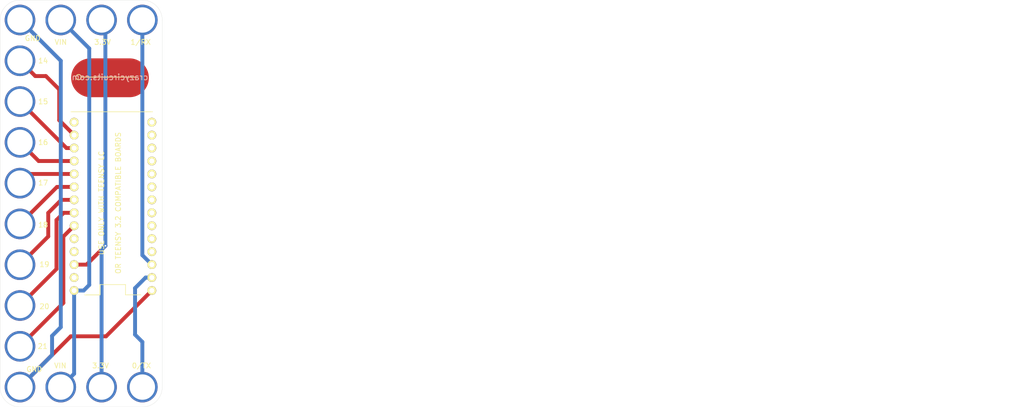
<source format=kicad_pcb>
(kicad_pcb (version 4) (host pcbnew 4.0.5-e0-6337~49~ubuntu16.04.1)

  (general
    (links 0)
    (no_connects 0)
    (area 19.950599 58.901959 220.797359 140.20528)
    (thickness 1.6)
    (drawings 4)
    (tracks 56)
    (zones 0)
    (modules 2)
    (nets 1)
  )

  (page USLetter)
  (title_block
    (title "4x10 Teensy LC Breakout Module")
    (date "20 Jan 2017")
    (rev 1.0)
    (company "All rights reserved.")
    (comment 1 help@browndoggadgets.com)
    (comment 2 http://browndoggadgets.com/)
    (comment 3 "Brown Dog Gadgets")
  )

  (layers
    (0 F.Cu signal)
    (31 B.Cu signal)
    (34 B.Paste user)
    (35 F.Paste user)
    (36 B.SilkS user)
    (37 F.SilkS user)
    (38 B.Mask user)
    (39 F.Mask user)
    (40 Dwgs.User user)
    (44 Edge.Cuts user)
    (46 B.CrtYd user)
    (47 F.CrtYd user)
    (48 B.Fab user)
    (49 F.Fab user)
  )

  (setup
    (last_trace_width 0.254)
    (user_trace_width 0.1524)
    (user_trace_width 0.254)
    (user_trace_width 0.3302)
    (user_trace_width 0.508)
    (user_trace_width 0.762)
    (user_trace_width 1.27)
    (trace_clearance 0.254)
    (zone_clearance 0.508)
    (zone_45_only no)
    (trace_min 0.1524)
    (segment_width 0.1524)
    (edge_width 0.1524)
    (via_size 0.6858)
    (via_drill 0.3302)
    (via_min_size 0.6858)
    (via_min_drill 0.3302)
    (user_via 0.6858 0.3302)
    (user_via 0.762 0.4064)
    (user_via 0.8636 0.508)
    (uvia_size 0.6858)
    (uvia_drill 0.3302)
    (uvias_allowed no)
    (uvia_min_size 0)
    (uvia_min_drill 0)
    (pcb_text_width 0.1524)
    (pcb_text_size 1.016 1.016)
    (mod_edge_width 0.1524)
    (mod_text_size 1.016 1.016)
    (mod_text_width 0.1524)
    (pad_size 6 6)
    (pad_drill 4.98)
    (pad_to_mask_clearance 0.0762)
    (solder_mask_min_width 0.1016)
    (pad_to_paste_clearance -0.0762)
    (aux_axis_origin 0 0)
    (visible_elements FFFEDF7D)
    (pcbplotparams
      (layerselection 0x310fc_80000001)
      (usegerberextensions true)
      (excludeedgelayer true)
      (linewidth 0.100000)
      (plotframeref false)
      (viasonmask false)
      (mode 1)
      (useauxorigin false)
      (hpglpennumber 1)
      (hpglpenspeed 20)
      (hpglpendiameter 15)
      (hpglpenoverlay 2)
      (psnegative false)
      (psa4output false)
      (plotreference true)
      (plotvalue true)
      (plotinvisibletext false)
      (padsonsilk false)
      (subtractmaskfromsilk false)
      (outputformat 1)
      (mirror false)
      (drillshape 0)
      (scaleselection 1)
      (outputdirectory gerbers))
  )

  (net 0 "")

  (net_class Default "This is the default net class."
    (clearance 0.254)
    (trace_width 0.254)
    (via_dia 0.6858)
    (via_drill 0.3302)
    (uvia_dia 0.6858)
    (uvia_drill 0.3302)
  )

  (module Crazy_Circuits:LOGO-CRAZY-NOLEGO (layer F.Cu) (tedit 5887B92E) (tstamp 5888430C)
    (at 41.77792 78.34884)
    (descr LOGO)
    (tags LOGO)
    (fp_text reference LOGO (at 0 -3.52806) (layer F.Fab)
      (effects (font (size 1 1) (thickness 0.15)))
    )
    (fp_text value "BROWN DOG" (at 0.9 -9) (layer B.SilkS) hide
      (effects (font (size 1.27 1.27) (thickness 0.254)) (justify mirror))
    )
    (fp_text user crazycircuits.com (at 0 -4.064) (layer B.SilkS)
      (effects (font (size 1.143 1.143) (thickness 0.1778)) (justify mirror))
    )
    (fp_line (start 6.096 -5.2705) (end 4.953 -4.318) (layer F.Mask) (width 0.1524))
    (fp_line (start 4.7625 -4.318) (end 6.096 -5.2705) (layer F.Mask) (width 0.1524))
    (fp_line (start 5.715 -5.1435) (end 4.7625 -4.318) (layer F.Mask) (width 0.1524))
    (fp_line (start 4.6355 -4.3815) (end 5.715 -5.1435) (layer F.Mask) (width 0.1524))
    (fp_line (start 5.5245 -5.08) (end 4.6355 -4.3815) (layer F.Mask) (width 0.1524))
    (fp_line (start 4.3815 -4.318) (end 5.5245 -5.08) (layer F.Mask) (width 0.1524))
    (fp_line (start 5.207 -4.953) (end 4.3815 -4.318) (layer F.Mask) (width 0.1524))
    (fp_line (start 4.2545 -4.3815) (end 5.207 -4.953) (layer F.Mask) (width 0.1524))
    (fp_line (start 5.0165 -4.953) (end 4.2545 -4.3815) (layer F.Mask) (width 0.1524))
    (fp_line (start 4.2545 -4.5085) (end 5.0165 -4.953) (layer F.Mask) (width 0.1524))
    (fp_line (start 4.7625 -4.953) (end 4.2545 -4.5085) (layer F.Mask) (width 0.1524))
    (fp_line (start 4.191 -4.6355) (end 4.7625 -4.953) (layer F.Mask) (width 0.1524))
    (fp_line (start 4.7625 -5.1435) (end 4.191 -4.6355) (layer F.Mask) (width 0.1524))
    (fp_line (start 4.7625 -5.2705) (end 4.1275 -4.7625) (layer F.Mask) (width 0.1524))
    (fp_line (start 4.8895 -5.461) (end 4.064 -4.8895) (layer F.Mask) (width 0.1524))
    (fp_line (start 4.8895 -5.588) (end 4.064 -5.0165) (layer F.Mask) (width 0.1524))
    (fp_line (start 3.048 -4.3815) (end 2.413 -5.2705) (layer F.Mask) (width 0.254))
    (fp_line (start 4.953 -4.2545) (end 2.9845 -4.2545) (layer F.Mask) (width 0.1524))
    (fp_line (start 6.5405 -5.3975) (end 4.953 -4.2545) (layer F.Mask) (width 0.1524))
    (fp_line (start 4.7625 -4.953) (end 6.5405 -5.3975) (layer F.Mask) (width 0.1524))
    (fp_line (start 5.08 -5.842) (end 4.7625 -4.953) (layer F.Mask) (width 0.1524))
    (fp_line (start 4.0005 -5.1435) (end 5.08 -5.842) (layer F.Mask) (width 0.1524))
    (fp_line (start 3.175 -6.604) (end 4.0005 -5.08) (layer F.Mask) (width 0.1524))
    (fp_line (start 3.2385 -5.207) (end 3.175 -6.604) (layer F.Mask) (width 0.1524))
    (fp_line (start 2.159 -5.461) (end 3.2385 -5.207) (layer F.Mask) (width 0.1524))
    (fp_line (start 2.9845 -4.2545) (end 2.159 -5.461) (layer F.Mask) (width 0.1524))
    (fp_line (start -5.588 -4.064) (end 5.08 -4.064) (layer F.SilkS) (width 0.1524))
    (fp_circle (center -6.1595 -4.064) (end -5.82208 -3.683) (layer F.SilkS) (width 0.1524))
    (fp_text user CRAZY (at -2.032 -5.588) (layer F.SilkS) hide
      (effects (font (thickness 0.381)))
    )
    (fp_text user CIRCUITS (at 0.254 -2.286) (layer F.SilkS) hide
      (effects (font (thickness 0.381)))
    )
    (fp_line (start 3.2385 -4.3815) (end 2.6035 -5.2705) (layer F.Mask) (width 0.254))
    (fp_line (start 3.429 -4.3815) (end 2.8575 -5.207) (layer F.Mask) (width 0.254))
    (fp_line (start 3.556 -4.3815) (end 3.1115 -5.1435) (layer F.Mask) (width 0.254))
    (fp_line (start 3.81 -4.3815) (end 3.3655 -5.207) (layer F.Mask) (width 0.254))
    (fp_line (start 4.0005 -4.3815) (end 3.429 -5.461) (layer F.Mask) (width 0.254))
    (fp_line (start 4.191 -4.3815) (end 3.302 -6.096) (layer F.Mask) (width 0.254))
    (fp_line (start 3.3655 -5.3975) (end 3.302 -6.223) (layer F.Mask) (width 0.254))
    (pad BG smd oval (at 0 -3.937) (size 15.24 7.62) (layers F.Cu))
  )

  (module Crazy_Circuits:TEENSYLC-4x10 (layer F.Cu) (tedit 5887B4F2) (tstamp 58831DF0)
    (at 24.12492 87.07628)
    (descr "8-lead dip package, row spacing 7.62 mm (300 mils)")
    (tags "dil dip 2.54 300")
    (fp_text reference REF** (at 12 52) (layer F.SilkS) hide
      (effects (font (size 1 1) (thickness 0.15)))
    )
    (fp_text value DIP-8_W7.62mm (at 12 52) (layer F.Fab) hide
      (effects (font (size 1 1) (thickness 0.15)))
    )
    (fp_text user VIN (at 8 -19.65452) (layer F.SilkS)
      (effects (font (size 1 1) (thickness 0.15)))
    )
    (fp_line (start 10 -6) (end 26 -6) (layer F.SilkS) (width 0.127))
    (fp_text user "OR TEENSY 3.2 COMPATIBLE BOARDS" (at 19.271 11.892 90) (layer F.SilkS)
      (effects (font (size 1 1) (thickness 0.15)))
    )
    (fp_text user "USE ONLY WITH TEENSY LC" (at 15.969 11.892 90) (layer F.SilkS)
      (effects (font (size 1 1) (thickness 0.15)))
    )
    (fp_line (start 20.7 27.901) (end 15.7 27.901) (layer F.SilkS) (width 0.127))
    (fp_line (start 20.7 29.901) (end 20.7 27.901) (layer F.SilkS) (width 0.127))
    (fp_text user "Teensy LC" (at 18.669 11.2918) (layer F.Fab)
      (effects (font (size 1 1) (thickness 0.15)))
    )
    (fp_text user 18 (at 4.54 16.19) (layer F.SilkS)
      (effects (font (size 1 1) (thickness 0.15)))
    )
    (fp_text user 17 (at 4.54 7.94) (layer F.SilkS)
      (effects (font (size 1 1) (thickness 0.15)))
    )
    (fp_text user 20 (at 4.79 32.19) (layer F.SilkS)
      (effects (font (size 1 1) (thickness 0.15)))
    )
    (fp_text user 19 (at 4.79 23.94) (layer F.SilkS)
      (effects (font (size 1 1) (thickness 0.15)))
    )
    (fp_line (start 0 51.9) (end 24 51.9) (layer Edge.Cuts) (width 0.04064))
    (fp_line (start 24 -27.9) (end 0 -27.9) (layer Edge.Cuts) (width 0.04064))
    (fp_line (start -3.9 -24) (end -3.9 48) (layer Edge.Cuts) (width 0.04064))
    (fp_arc (start 0 48) (end 0 51.9) (angle 89.9) (layer Edge.Cuts) (width 0.04064))
    (fp_arc (start 0 -24) (end -3.9 -24) (angle 90) (layer Edge.Cuts) (width 0.04064))
    (fp_line (start 27.9 48) (end 27.9 -24) (layer Edge.Cuts) (width 0.04064))
    (fp_arc (start 24 -24) (end 24 -27.9) (angle 89.9) (layer Edge.Cuts) (width 0.04064))
    (fp_arc (start 24 48) (end 27.9 48) (angle 90) (layer Edge.Cuts) (width 0.04064))
    (fp_line (start 0 51.9) (end 24 51.9) (layer F.Fab) (width 0.04064))
    (fp_line (start 24 -27.9) (end 0 -27.9) (layer F.Fab) (width 0.04064))
    (fp_line (start -3.9 -24) (end -3.9 48) (layer F.Fab) (width 0.04064))
    (fp_arc (start 0 48) (end 0 51.9) (angle 89.9) (layer F.Fab) (width 0.04064))
    (fp_arc (start 0 -24) (end -3.9 -24) (angle 90) (layer F.Fab) (width 0.04064))
    (fp_line (start 27.9 48) (end 27.9 -24) (layer F.Fab) (width 0.04064))
    (fp_arc (start 24 -24) (end 24 -27.9) (angle 89.9) (layer F.Fab) (width 0.04064))
    (fp_arc (start 24 48) (end 27.9 48) (angle 90) (layer F.Fab) (width 0.04064))
    (fp_line (start 20.7 29.901) (end 23.7 29.901) (layer F.SilkS) (width 0.127))
    (fp_line (start 15.7 29.901) (end 15.7 27.901) (layer F.SilkS) (width 0.127))
    (fp_line (start 15.7 29.901) (end 15.7 27.901) (layer F.SilkS) (width 0.127))
    (fp_line (start 12.7 29.901) (end 15.7 29.901) (layer F.SilkS) (width 0.127))
    (fp_line (start 12.7 29.901) (end 15.7 29.901) (layer F.SilkS) (width 0.127))
    (fp_text user 21 (at 4.445 40.005) (layer F.SilkS)
      (effects (font (size 1 1) (thickness 0.15)))
    )
    (fp_text user GND (at 2.8 44.5 180) (layer F.SilkS)
      (effects (font (size 1 1) (thickness 0.15)))
    )
    (fp_text user VIN (at 7.9 43.8) (layer F.SilkS)
      (effects (font (size 1 1) (thickness 0.15)))
    )
    (fp_text user GND (at 2.5 -20.4) (layer F.SilkS)
      (effects (font (size 1 1) (thickness 0.15)))
    )
    (fp_text user 16 (at 4.54 0 180) (layer F.SilkS)
      (effects (font (size 1 1) (thickness 0.15)))
    )
    (fp_text user 15 (at 4.54 -8) (layer F.SilkS)
      (effects (font (size 1 1) (thickness 0.15)))
    )
    (fp_text user 14 (at 4.54 -16) (layer F.SilkS)
      (effects (font (size 1 1) (thickness 0.15)))
    )
    (fp_text user 1/RX (at 23.66264 -19.65452) (layer F.SilkS)
      (effects (font (size 1 1) (thickness 0.15)))
    )
    (fp_text user 0/TX (at 23.82012 43.8) (layer F.SilkS)
      (effects (font (size 1 1) (thickness 0.15)))
    )
    (fp_text user 3.3V (at 16.2 -19.65452) (layer F.SilkS)
      (effects (font (size 1 1) (thickness 0.15)))
    )
    (fp_text user 3.3V (at 15.8 43.8) (layer F.SilkS)
      (effects (font (size 1 1) (thickness 0.15)))
    )
    (pad GND thru_hole circle (at 25.86 29.061 180) (size 1.7272 1.7272) (drill 1.016) (layers *.Cu *.Mask F.SilkS))
    (pad 0 thru_hole circle (at 25.86 26.521 180) (size 1.7272 1.7272) (drill 1.016) (layers *.Cu *.Mask F.SilkS))
    (pad 1 thru_hole circle (at 25.86 23.981 180) (size 1.7272 1.7272) (drill 1.016) (layers *.Cu *.Mask F.SilkS))
    (pad 2 thru_hole circle (at 25.86 21.441 180) (size 1.7272 1.7272) (drill 1.016) (layers *.Cu *.Mask F.SilkS))
    (pad 3 thru_hole circle (at 25.86 18.901 180) (size 1.7272 1.7272) (drill 1.016) (layers *.Cu *.Mask F.SilkS))
    (pad 4 thru_hole circle (at 25.86 16.361 180) (size 1.7272 1.7272) (drill 1.016) (layers *.Cu *.Mask F.SilkS))
    (pad 5 thru_hole circle (at 25.86 13.821 180) (size 1.7272 1.7272) (drill 1.016) (layers *.Cu *.Mask F.SilkS))
    (pad 6 thru_hole circle (at 25.86 11.281 180) (size 1.7272 1.7272) (drill 1.016) (layers *.Cu *.Mask F.SilkS))
    (pad 7 thru_hole circle (at 25.86 8.741 180) (size 1.7272 1.7272) (drill 1.016) (layers *.Cu *.Mask F.SilkS))
    (pad 8 thru_hole circle (at 25.86 6.201 180) (size 1.7272 1.7272) (drill 1.016) (layers *.Cu *.Mask F.SilkS))
    (pad 9 thru_hole circle (at 25.86 3.661 180) (size 1.7272 1.7272) (drill 1.016) (layers *.Cu *.Mask F.SilkS))
    (pad 10 thru_hole circle (at 25.86 1.121 180) (size 1.7272 1.7272) (drill 1.016) (layers *.Cu *.Mask F.SilkS))
    (pad 11 thru_hole circle (at 25.86 -1.419 180) (size 1.7272 1.7272) (drill 1.016) (layers *.Cu *.Mask F.SilkS))
    (pad 12 thru_hole circle (at 25.86 -3.959 180) (size 1.7272 1.7272) (drill 1.016) (layers *.Cu *.Mask F.SilkS))
    (pad 13 thru_hole circle (at 10.62 -3.959 180) (size 1.7272 1.7272) (drill 1.016) (layers *.Cu *.Mask F.SilkS))
    (pad 16 thru_hole circle (at 10.62 3.661 180) (size 1.7272 1.7272) (drill 1.016) (layers *.Cu *.Mask F.SilkS))
    (pad 3.3V thru_hole circle (at 10.62 23.981 180) (size 1.7272 1.7272) (drill 1.016) (layers *.Cu *.Mask F.SilkS))
    (pad 18 thru_hole circle (at 10.62 8.741 180) (size 1.7272 1.7272) (drill 1.016) (layers *.Cu *.Mask F.SilkS))
    (pad 17 thru_hole circle (at 10.62 6.201 180) (size 1.7272 1.7272) (drill 1.016) (layers *.Cu *.Mask F.SilkS))
    (pad G3 thru_hole circle (at 10.62 26.521 180) (size 1.7272 1.7272) (drill 1.016) (layers *.Cu *.Mask F.SilkS))
    (pad 22 thru_hole circle (at 10.62 18.901 180) (size 1.7272 1.7272) (drill 1.016) (layers *.Cu *.Mask F.SilkS))
    (pad VIN thru_hole circle (at 10.62 29.061 180) (size 1.7272 1.7272) (drill 1.016) (layers *.Cu *.Mask F.SilkS))
    (pad 21 thru_hole circle (at 10.62 16.361 180) (size 1.7272 1.7272) (drill 1.016) (layers *.Cu *.Mask F.SilkS))
    (pad 20 thru_hole circle (at 10.62 13.821 180) (size 1.7272 1.7272) (drill 1.016) (layers *.Cu *.Mask F.SilkS))
    (pad 19 thru_hole circle (at 10.62 11.281 180) (size 1.7272 1.7272) (drill 1.016) (layers *.Cu *.Mask F.SilkS))
    (pad 23 thru_hole circle (at 10.62 21.441 180) (size 1.7272 1.7272) (drill 1.016) (layers *.Cu *.Mask F.SilkS))
    (pad 14 thru_hole circle (at 10.62 -1.419 180) (size 1.7272 1.7272) (drill 1.016) (layers *.Cu *.Mask F.SilkS))
    (pad 15 thru_hole circle (at 10.62 1.121 180) (size 1.7272 1.7272) (drill 1.016) (layers *.Cu *.Mask F.SilkS))
    (pad 17 thru_hole circle (at 0 8 90) (size 6 6) (drill 4.98) (layers *.Cu *.Mask))
    (pad 18 thru_hole circle (at 0.001 16 90) (size 6 6) (drill 4.98) (layers *.Cu *.Mask))
    (pad 20 thru_hole circle (at 0.001 32 90) (size 6 6) (drill 4.98) (layers *.Cu *.Mask))
    (pad 16 thru_hole circle (at 0.001 0 90) (size 6 6) (drill 4.98) (layers *.Cu *.Mask))
    (pad 21 thru_hole circle (at 0.001 40 90) (size 6 6) (drill 4.98) (layers *.Cu *.Mask))
    (pad 19 thru_hole circle (at 0.001 24 90) (size 6 6) (drill 4.98) (layers *.Cu *.Mask))
    (pad 15 thru_hole circle (at 0 -8 90) (size 6 6) (drill 4.98) (layers *.Cu *.Mask))
    (pad 14 thru_hole circle (at 0 -16 90) (size 6 6) (drill 4.98) (layers *.Cu *.Mask))
    (pad GND thru_hole circle (at 0.001 48 90) (size 6 6) (drill 4.98) (layers *.Cu *.Mask))
    (pad VIN thru_hole circle (at 8 48 90) (size 6 6) (drill 4.98) (layers *.Cu *.Mask))
    (pad 3.3V thru_hole circle (at 16 48 90) (size 6 6) (drill 4.98) (layers *.Cu *.Mask))
    (pad 0 thru_hole circle (at 24 48 90) (size 6 6) (drill 4.98) (layers *.Cu *.Mask))
    (pad 3.3V thru_hole circle (at 16 -24 90) (size 6 6) (drill 4.98) (layers *.Cu *.Mask))
    (pad 1 thru_hole circle (at 24 -24 90) (size 6 6) (drill 4.98) (layers *.Cu *.Mask))
    (pad GND thru_hole circle (at 0.001 -24 90) (size 6 6) (drill 4.98) (layers *.Cu *.Mask))
    (pad VIN thru_hole circle (at 8 -24 90) (size 6 6) (drill 4.98) (layers *.Cu *.Mask))
  )

  (gr_text "FABRICATION NOTES\n\n1. THIS IS A 2 LAYER BOARD. \n2. EXTERNAL LAYERS SHALL HAVE 1 OZ COPPER.\n3. MATERIAL: FR4 AND 0.062 INCH +/- 10% THICK.\n4. BOARDS SHALL BE ROHS COMPLIANT. \n5. MANUFACTURE IN ACCORDANCE WITH IPC-6012 CLASS 2\n6. MASK: BOTH SIDES OF THE BOARD SHALL HAVE \n   SOLDER MASK (GREEN) OVER BARE COPPER. \n7. SILK: BOTH SIDES OF THE BOARD SHALL HAVE WHITE SILK. \n   DO NOT PLACE SILK OVER BARE COPPER.\n8. FINISH: ENIG.\n9. MINIMUM TRACE WIDTH - 0.006 INCH.\n   MINIMUM SPACE - 0.006 INCH.\n   MINIMUM HOLE DIA - 0.013 INCH. \n10. MAX HOLE PLACEMENT TOLERANCE OF +/- 0.003 INCH.\n11. MAX HOLE DIAMETER TOLERANCE OF +/- 0.003 INCH AFTER PLATING." (at 77.9526 95.25) (layer Dwgs.User)
    (effects (font (size 2.54 2.54) (thickness 0.254)) (justify left))
  )
  (gr_text CIRCUITS (at 42.06748 76.073) (layer F.Mask) (tstamp 5887B91F)
    (effects (font (thickness 0.318)))
  )
  (gr_text CRAZY (at 39.75608 72.76592) (layer F.Mask) (tstamp 5887B91E)
    (effects (font (thickness 0.318)))
  )
  (gr_text CRAZY (at 39.77132 72.78116) (layer F.Mask)
    (effects (font (thickness 0.318)))
  )

  (segment (start 40.87368 107.3658) (end 40.87368 63.82504) (width 0.762) (layer B.Cu) (net 0))
  (segment (start 40.87368 63.82504) (end 40.12492 63.07628) (width 0.762) (layer B.Cu) (net 0))
  (segment (start 48.12492 63.07628) (end 48.12492 109.19728) (width 0.762) (layer B.Cu) (net 0))
  (segment (start 48.12492 109.19728) (end 49.98492 111.05728) (width 0.762) (layer B.Cu) (net 0))
  (segment (start 46.69536 124.7902) (end 48.12492 126.21976) (width 0.762) (layer B.Cu) (net 0))
  (segment (start 48.12492 126.21976) (end 48.12492 135.07628) (width 0.762) (layer B.Cu) (net 0))
  (segment (start 46.69536 115.665526) (end 46.69536 124.7902) (width 0.762) (layer B.Cu) (net 0))
  (segment (start 49.98492 113.59728) (end 48.763606 113.59728) (width 0.762) (layer B.Cu) (net 0))
  (segment (start 48.763606 113.59728) (end 46.69536 115.665526) (width 0.762) (layer B.Cu) (net 0))
  (via (at 40.87368 107.3658) (size 0.6858) (drill 0.3302) (layers F.Cu B.Cu) (net 0))
  (segment (start 40.12492 135.07628) (end 40.12492 108.11456) (width 0.762) (layer B.Cu) (net 0))
  (segment (start 40.12492 108.11456) (end 40.87368 107.3658) (width 0.762) (layer B.Cu) (net 0))
  (segment (start 40.87368 107.3658) (end 37.1822 111.05728) (width 0.762) (layer F.Cu) (net 0))
  (segment (start 37.1822 111.05728) (end 34.74492 111.05728) (width 0.762) (layer F.Cu) (net 0))
  (segment (start 34.74492 116.13728) (end 36.61324 116.13728) (width 0.762) (layer B.Cu) (net 0))
  (segment (start 36.61324 116.13728) (end 37.70884 115.04168) (width 0.762) (layer B.Cu) (net 0))
  (segment (start 37.70884 115.04168) (end 37.70884 68.6602) (width 0.762) (layer B.Cu) (net 0))
  (segment (start 37.70884 68.6602) (end 32.12492 63.07628) (width 0.762) (layer B.Cu) (net 0))
  (segment (start 34.74492 116.13728) (end 34.74492 132.45628) (width 0.762) (layer B.Cu) (net 0))
  (segment (start 34.74492 132.45628) (end 32.12492 135.07628) (width 0.762) (layer B.Cu) (net 0))
  (segment (start 30.41904 125.02896) (end 32.12492 123.32308) (width 0.762) (layer B.Cu) (net 0))
  (segment (start 32.12492 123.32308) (end 32.12492 71.07528) (width 0.762) (layer B.Cu) (net 0))
  (segment (start 32.12492 71.07528) (end 27.125919 66.076279) (width 0.762) (layer B.Cu) (net 0))
  (segment (start 27.125919 66.076279) (end 24.12592 63.07628) (width 0.762) (layer B.Cu) (net 0))
  (segment (start 40.33012 134.87108) (end 40.12492 135.07628) (width 0.762) (layer F.Cu) (net 0))
  (segment (start 30.41904 125.02896) (end 30.41904 128.78316) (width 0.762) (layer B.Cu) (net 0))
  (segment (start 30.41904 128.78316) (end 24.12592 135.07628) (width 0.762) (layer B.Cu) (net 0))
  (segment (start 32.62884 118.57336) (end 32.62884 105.55336) (width 0.762) (layer F.Cu) (net 0))
  (segment (start 32.62884 105.55336) (end 34.74492 103.43728) (width 0.762) (layer F.Cu) (net 0))
  (segment (start 24.12592 127.07628) (end 32.62884 118.57336) (width 0.762) (layer F.Cu) (net 0))
  (segment (start 31.28264 102.3112) (end 31.28264 111.91956) (width 0.762) (layer F.Cu) (net 0))
  (segment (start 31.28264 111.91956) (end 24.12592 119.07628) (width 0.762) (layer F.Cu) (net 0))
  (segment (start 32.69656 100.89728) (end 31.28264 102.3112) (width 0.762) (layer F.Cu) (net 0))
  (segment (start 34.74492 100.89728) (end 32.69656 100.89728) (width 0.762) (layer F.Cu) (net 0))
  (segment (start 29.6672 100.9142) (end 29.6672 105.535) (width 0.762) (layer F.Cu) (net 0))
  (segment (start 29.6672 105.535) (end 24.12592 111.07628) (width 0.762) (layer F.Cu) (net 0))
  (segment (start 32.22412 98.35728) (end 29.6672 100.9142) (width 0.762) (layer F.Cu) (net 0))
  (segment (start 34.74492 98.35728) (end 32.22412 98.35728) (width 0.762) (layer F.Cu) (net 0))
  (segment (start 34.74492 95.81728) (end 31.38492 95.81728) (width 0.762) (layer F.Cu) (net 0))
  (segment (start 31.38492 95.81728) (end 24.12592 103.07628) (width 0.762) (layer F.Cu) (net 0))
  (segment (start 34.74492 93.27728) (end 25.92392 93.27728) (width 0.762) (layer F.Cu) (net 0))
  (segment (start 25.92392 93.27728) (end 24.12492 95.07628) (width 0.762) (layer F.Cu) (net 0))
  (segment (start 24.12592 87.07628) (end 27.78692 90.73728) (width 0.762) (layer F.Cu) (net 0))
  (segment (start 27.78692 90.73728) (end 34.74492 90.73728) (width 0.762) (layer F.Cu) (net 0))
  (segment (start 34.74492 88.19728) (end 33.24592 88.19728) (width 0.762) (layer F.Cu) (net 0))
  (segment (start 33.24592 88.19728) (end 24.12492 79.07628) (width 0.762) (layer F.Cu) (net 0))
  (segment (start 31.82112 76.69784) (end 31.82112 82.73348) (width 0.762) (layer F.Cu) (net 0))
  (segment (start 31.82112 82.73348) (end 34.74492 85.65728) (width 0.762) (layer F.Cu) (net 0))
  (segment (start 29.199559 74.076279) (end 31.82112 76.69784) (width 0.762) (layer F.Cu) (net 0))
  (segment (start 24.12492 71.07628) (end 27.124919 74.076279) (width 0.762) (layer F.Cu) (net 0))
  (segment (start 27.124919 74.076279) (end 29.199559 74.076279) (width 0.762) (layer F.Cu) (net 0))
  (segment (start 34.08172 125.11532) (end 41.00688 125.11532) (width 0.762) (layer F.Cu) (net 0))
  (segment (start 41.00688 125.11532) (end 49.98492 116.13728) (width 0.762) (layer F.Cu) (net 0))
  (segment (start 27.125919 132.071121) (end 34.08172 125.11532) (width 0.762) (layer F.Cu) (net 0))
  (segment (start 24.12592 135.07628) (end 27.125919 132.076281) (width 0.762) (layer F.Cu) (net 0))
  (segment (start 27.125919 132.076281) (end 27.125919 132.071121) (width 0.762) (layer F.Cu) (net 0))

)

</source>
